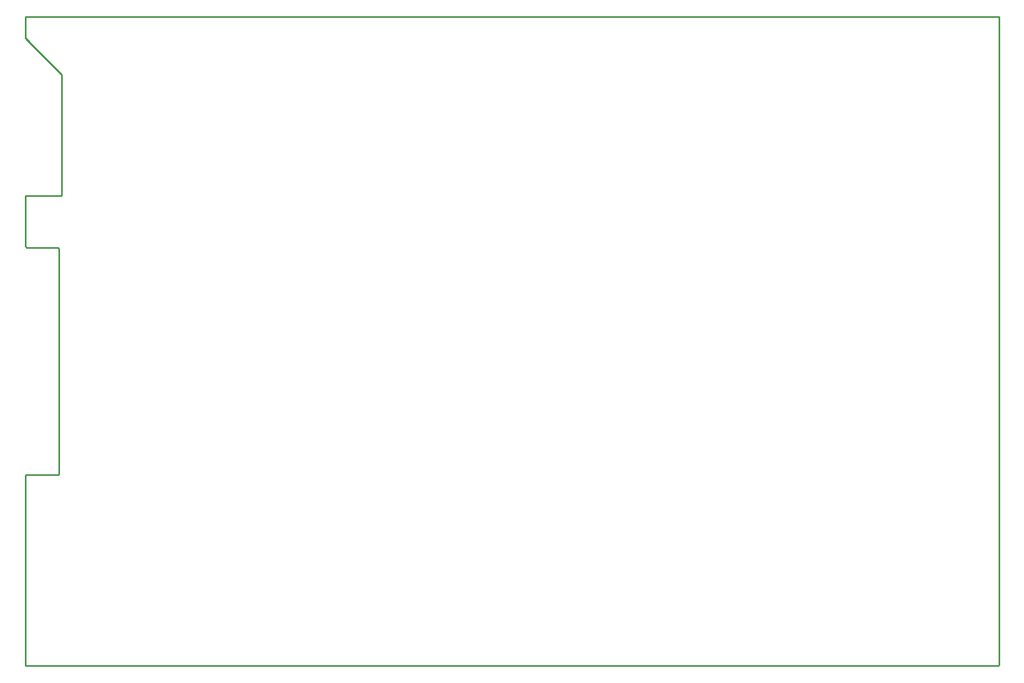
<source format=gko>
G04 Layer_Color=16711935*
%FSLAX25Y25*%
%MOIN*%
G70*
G01*
G75*
%ADD37C,0.01000*%
D37*
X699606Y100000D02*
X700000Y100394D01*
Y500000D01*
X100000Y100000D02*
Y217323D01*
X100394Y217717D01*
X120472D01*
X120866Y218110D01*
Y357087D01*
X120079Y357874D02*
X120866Y357087D01*
X100787Y357874D02*
X120079D01*
X100000Y358661D02*
X100787Y357874D01*
X100000Y358661D02*
Y389764D01*
Y487008D02*
X100394Y486614D01*
X100000Y487008D02*
Y500000D01*
Y100000D02*
X699606D01*
X100000Y500000D02*
X700000D01*
X100000D02*
X700000D01*
X100000Y100000D02*
X699606D01*
X100000D02*
Y217323D01*
X100394Y217717D01*
X120472D01*
X120866Y218110D01*
Y357087D01*
X120079Y357874D02*
X120866Y357087D01*
X100787Y357874D02*
X120079D01*
X100000Y358661D02*
X100787Y357874D01*
X100000Y358661D02*
Y389764D01*
X122047D01*
X122441Y390158D01*
X100000Y487008D02*
Y500000D01*
Y487008D02*
X122047Y464961D01*
X122441Y390158D02*
Y464567D01*
X100394Y486614D02*
X122441Y464567D01*
M02*

</source>
